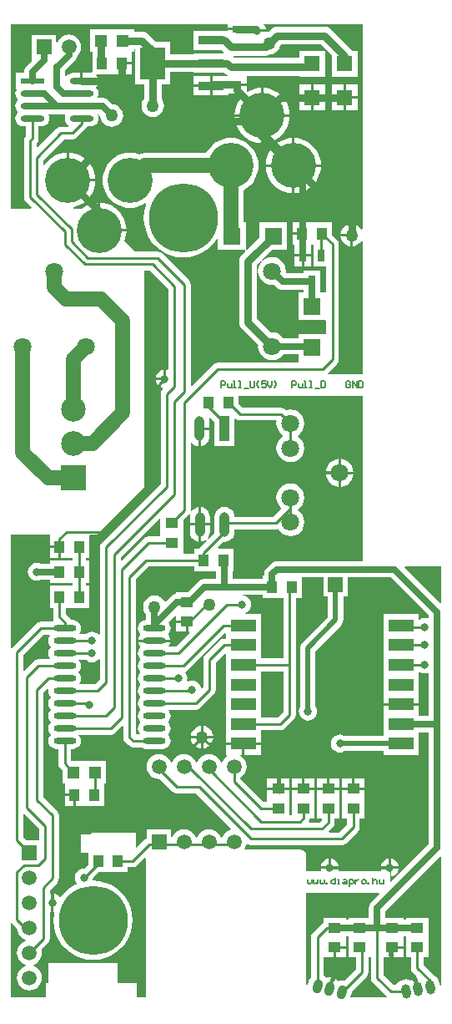
<source format=gtl>
%FSTAX24Y24*%
%MOIN*%
G70*
G01*
G75*
G04 Layer_Physical_Order=1*
G04 Layer_Color=255*
%ADD10O,0.0394X0.0984*%
%ADD11R,0.0394X0.0984*%
%ADD12R,0.0394X0.0512*%
%ADD13R,0.0709X0.0709*%
%ADD14R,0.0472X0.0512*%
%ADD15R,0.1004X0.0374*%
%ADD16R,0.1004X0.1299*%
%ADD17O,0.0945X0.0236*%
%ADD18R,0.0945X0.0236*%
%ADD19R,0.0512X0.0394*%
%ADD20R,0.0630X0.0630*%
%ADD21R,0.0374X0.0315*%
%ADD22R,0.0984X0.0512*%
%ADD23O,0.0906X0.0236*%
%ADD24R,0.0709X0.0709*%
%ADD25R,0.0256X0.0472*%
%ADD26C,0.0100*%
%ADD27C,0.0300*%
%ADD28C,0.0250*%
%ADD29C,0.0400*%
%ADD30C,0.0600*%
%ADD31C,0.0200*%
%ADD32C,0.0080*%
%ADD33C,0.0060*%
%ADD34C,0.2756*%
%ADD35C,0.0709*%
%ADD36C,0.0984*%
%ADD37R,0.0984X0.0984*%
G04:AMPARAMS|DCode=38|XSize=37.4mil|YSize=57.1mil|CornerRadius=0mil|HoleSize=0mil|Usage=FLASHONLY|Rotation=345.000|XOffset=0mil|YOffset=0mil|HoleType=Round|Shape=Round|*
%AMOVALD38*
21,1,0.0197,0.0374,0.0000,0.0000,75.0*
1,1,0.0374,-0.0025,-0.0095*
1,1,0.0374,0.0025,0.0095*
%
%ADD38OVALD38*%

G04:AMPARAMS|DCode=39|XSize=37.4mil|YSize=57.1mil|CornerRadius=0mil|HoleSize=0mil|Usage=FLASHONLY|Rotation=10.000|XOffset=0mil|YOffset=0mil|HoleType=Round|Shape=Round|*
%AMOVALD39*
21,1,0.0197,0.0374,0.0000,0.0000,100.0*
1,1,0.0374,0.0017,-0.0097*
1,1,0.0374,-0.0017,0.0097*
%
%ADD39OVALD39*%

%ADD40R,0.0591X0.0591*%
%ADD41C,0.0591*%
%ADD42R,0.0591X0.0591*%
%ADD43C,0.1800*%
%ADD44C,0.0320*%
%ADD45C,0.0500*%
G36*
X186727Y14905D02*
X186696Y14901D01*
X186664Y148933D01*
X186653Y14885D01*
X186664Y148767D01*
X186696Y14869D01*
X186747Y148623D01*
Y148577D01*
X186696Y14851D01*
X186664Y148433D01*
X186653Y14835D01*
X186664Y148267D01*
X186696Y14819D01*
X186727Y14815D01*
X186705Y148105D01*
X18625D01*
X186152Y148085D01*
X18607Y14803D01*
X185701Y147662D01*
X185655Y147681D01*
Y148294D01*
X186456Y149095D01*
X186705D01*
X186727Y14905D01*
D02*
G37*
G36*
X193758Y149132D02*
Y149006D01*
Y14893D01*
X193675D01*
X193577Y14891D01*
X193495Y148855D01*
X19292Y14828D01*
X192864Y148198D01*
X192845Y1481D01*
Y147006D01*
X1928Y146961D01*
X192753Y146977D01*
X192751Y146994D01*
X192714Y147082D01*
X192657Y147157D01*
X192582Y147214D01*
X192494Y147251D01*
X1924Y147263D01*
X192306Y147251D01*
X19226Y147232D01*
X192201Y147256D01*
X192213Y14735D01*
X192201Y147444D01*
X192164Y147532D01*
X192132Y147574D01*
X192148Y147615D01*
X19223Y14767D01*
X193712Y149152D01*
X193758Y149132D01*
D02*
G37*
G36*
X186285Y141354D02*
Y140895D01*
X185765D01*
X185655Y141006D01*
Y141919D01*
X185701Y141938D01*
X186285Y141354D01*
D02*
G37*
G36*
X195209Y150544D02*
X196045D01*
Y148142D01*
X195143D01*
Y148219D01*
Y149006D01*
Y149918D01*
X194547D01*
X194537Y149967D01*
X194582Y149986D01*
X194657Y150043D01*
X194714Y150118D01*
X194751Y150206D01*
X194763Y1503D01*
X194751Y150394D01*
X194714Y150482D01*
X194657Y150557D01*
X194582Y150614D01*
X194494Y150651D01*
X1944Y150663D01*
X194409Y150672D01*
X195209D01*
Y150544D01*
D02*
G37*
G36*
X188714Y14809D02*
Y147306D01*
X188513Y147105D01*
X187913D01*
X187891Y14715D01*
X187921Y14719D01*
X187953Y147267D01*
X187964Y14735D01*
X187953Y147433D01*
X187921Y14751D01*
X18787Y147577D01*
Y147623D01*
X187921Y14769D01*
X187953Y147767D01*
X187964Y14785D01*
X187953Y147933D01*
X187921Y14801D01*
X18787Y148077D01*
X187876Y148095D01*
X188142D01*
X188143Y148093D01*
X188218Y148036D01*
X188306Y147999D01*
X1884Y147987D01*
X188494Y147999D01*
X188582Y148036D01*
X188657Y148093D01*
X188666Y148106D01*
X188714Y14809D01*
D02*
G37*
G36*
X18734Y169821D02*
X18732Y169773D01*
X187309Y16969D01*
X18732Y169607D01*
X187352Y16953D01*
X187403Y169463D01*
X187469Y169412D01*
X187468Y16941D01*
X18745Y169365D01*
X18717D01*
X187072Y169345D01*
X18699Y16929D01*
X186241Y168542D01*
X186195Y168561D01*
Y168714D01*
X186196Y168716D01*
X186251Y168798D01*
X186271Y168896D01*
X186271Y168896D01*
X186271Y168896D01*
Y168896D01*
Y169369D01*
X18637D01*
X186453Y16938D01*
X186531Y169412D01*
X186597Y169463D01*
X186648Y16953D01*
X18668Y169607D01*
X186691Y16969D01*
X18668Y169773D01*
X186648Y16985D01*
X186654Y169862D01*
X187312D01*
X18734Y169821D01*
D02*
G37*
G36*
X191445Y162884D02*
Y159675D01*
X191404Y159647D01*
X191394Y159651D01*
X19135Y159657D01*
Y1593D01*
X1913D01*
Y15925D01*
X190943D01*
X190949Y159206D01*
X190986Y159118D01*
X191043Y159043D01*
X191118Y158986D01*
X191206Y158949D01*
X191223Y158947D01*
X191239Y1589D01*
X19122Y15888D01*
X191164Y158798D01*
X191145Y1587D01*
Y155106D01*
X188788Y152749D01*
X188733Y152666D01*
X188714Y152569D01*
Y14911D01*
X188666Y149094D01*
X188657Y149107D01*
X188582Y149164D01*
X188494Y149201D01*
X1884Y149213D01*
X188306Y149201D01*
X188218Y149164D01*
X188143Y149107D01*
X188142Y149105D01*
X187913D01*
X187891Y14915D01*
X187921Y14919D01*
X187953Y149267D01*
X187964Y14935D01*
X187953Y149433D01*
X187921Y14951D01*
X18787Y149577D01*
X187804Y149628D01*
X187726Y14966D01*
X187643Y149671D01*
X187548D01*
X187544Y149689D01*
X187489Y149772D01*
X187361Y149899D01*
Y150144D01*
X188291D01*
Y151056D01*
X188149D01*
Y151144D01*
X188291D01*
Y152056D01*
X188149D01*
Y152144D01*
X188291D01*
Y153056D01*
X188291D01*
Y153065D01*
X188326Y1531D01*
X1886D01*
X1905Y155D01*
Y16362D01*
X19071D01*
X191445Y162884D01*
D02*
G37*
G36*
X195191Y163978D02*
X195116Y16388D01*
X19506Y163745D01*
X195041Y1636D01*
X19506Y163455D01*
X195116Y16332D01*
X195205Y163205D01*
X19532Y163116D01*
X195455Y16306D01*
X1956Y163041D01*
X195684Y163052D01*
X195791Y162946D01*
X195859Y162894D01*
X195938Y162861D01*
X196022Y16285D01*
X196872D01*
Y162754D01*
X196646D01*
Y161646D01*
X19772D01*
X197755Y16161D01*
Y161101D01*
X197754D01*
Y161101D01*
X196646D01*
Y160928D01*
X196047D01*
X195995Y160995D01*
X19588Y161084D01*
X195745Y16114D01*
X1956Y161159D01*
X195547Y161152D01*
X194988Y161711D01*
Y163845D01*
X195154Y164011D01*
X195191Y163978D01*
D02*
G37*
G36*
X199212Y153248D02*
Y152067D01*
X199212Y152066D01*
X19918Y152028D01*
X1958D01*
X195715Y152017D01*
X195659Y151993D01*
X195636Y151984D01*
X195607Y151961D01*
X195568Y151932D01*
X195375Y151738D01*
X195322Y15167D01*
X195306Y151631D01*
X19529Y151591D01*
X195284Y151549D01*
X195278Y151506D01*
Y151456D01*
X195209D01*
Y151328D01*
X194028D01*
Y151611D01*
X194057D01*
Y152522D01*
X193459D01*
X19344Y152569D01*
X19367Y152799D01*
X193702Y152795D01*
X193806Y152809D01*
X193902Y152849D01*
X193985Y152912D01*
X194049Y152995D01*
X194089Y153092D01*
X194102Y153195D01*
Y153288D01*
X195763D01*
X195846Y153305D01*
X195847Y153302D01*
X195936Y153186D01*
X196052Y153097D01*
X196187Y153041D01*
X196332Y153022D01*
X196476Y153041D01*
X196611Y153097D01*
X196727Y153186D01*
X196816Y153302D01*
X196872Y153437D01*
X196891Y153581D01*
X196872Y153726D01*
X196816Y153861D01*
X196727Y153977D01*
X196611Y154066D01*
Y154082D01*
X196727Y15417D01*
X196816Y154286D01*
X196872Y154421D01*
X196891Y154566D01*
X196872Y15471D01*
X196816Y154845D01*
X196727Y154961D01*
X196611Y15505D01*
X196476Y155106D01*
X196332Y155125D01*
X196187Y155106D01*
X196052Y15505D01*
X195936Y154961D01*
X195847Y154845D01*
X195791Y15471D01*
X195772Y154566D01*
X195791Y154421D01*
X195847Y154286D01*
X195936Y15417D01*
X195959Y154153D01*
X195962Y154103D01*
X195657Y153798D01*
X194101D01*
X194089Y153889D01*
X194049Y153986D01*
X193985Y154069D01*
X193902Y154132D01*
X193806Y154172D01*
X193702Y154186D01*
X193598Y154172D01*
X193502Y154132D01*
X193419Y154069D01*
X193355Y153986D01*
X193315Y153889D01*
X193302Y153786D01*
Y153195D01*
X193307Y153157D01*
X193068Y152918D01*
X19303Y152951D01*
X193064Y152995D01*
X193104Y153092D01*
X193118Y153195D01*
Y153441D01*
X192768D01*
Y152802D01*
X192821Y152809D01*
X192918Y152849D01*
X192962Y152883D01*
X192995Y152845D01*
X192692Y152542D01*
X192679Y152522D01*
X192476D01*
Y152321D01*
X192046D01*
Y152369D01*
X192046D01*
Y153157D01*
Y153649D01*
X19227Y153873D01*
X192282Y153891D01*
X192329Y153874D01*
X192317Y153786D01*
Y153541D01*
X192668D01*
Y15418D01*
X192614Y154172D01*
X192518Y154132D01*
X192435Y154069D01*
X192385Y154004D01*
X192339Y154024D01*
X192345Y154054D01*
Y156745D01*
X192392Y156761D01*
X192415Y156731D01*
X192498Y156668D01*
X192594Y156628D01*
X192648Y15662D01*
Y15731D01*
X192698D01*
Y157359D01*
X193098D01*
Y157605D01*
X193085Y157708D01*
X193074Y157735D01*
X193115Y157762D01*
X193305Y157573D01*
Y156617D01*
X194099D01*
Y157696D01*
X194143Y157719D01*
X194225Y157665D01*
X194322Y157645D01*
X195751D01*
X195784Y157608D01*
X195772Y157519D01*
X195791Y157374D01*
X195847Y157239D01*
X195936Y157123D01*
X19603Y157051D01*
Y157001D01*
X195936Y15693D01*
X195847Y156814D01*
X195791Y156679D01*
X195772Y156534D01*
X195791Y15639D01*
X195847Y156255D01*
X195936Y156139D01*
X196052Y15605D01*
X196187Y155994D01*
X196332Y155975D01*
X196476Y155994D01*
X196611Y15605D01*
X196727Y156139D01*
X196816Y156255D01*
X196872Y15639D01*
X196891Y156534D01*
X196872Y156679D01*
X196816Y156814D01*
X196727Y15693D01*
X196611Y157018D01*
Y157034D01*
X196727Y157123D01*
X196816Y157239D01*
X196872Y157374D01*
X196891Y157519D01*
X196872Y157663D01*
X196816Y157798D01*
X196727Y157914D01*
X196611Y158003D01*
X196476Y158059D01*
X196332Y158078D01*
X196187Y158059D01*
X196162Y158048D01*
X19613Y15808D01*
X196048Y158135D01*
X19595Y158155D01*
X194428D01*
X194254Y158329D01*
Y158635D01*
X199212D01*
Y153248D01*
D02*
G37*
G36*
X196045Y146006D02*
X19582Y14578D01*
X195143D01*
Y145857D01*
Y146644D01*
Y147431D01*
Y147633D01*
X196045D01*
Y146006D01*
D02*
G37*
G36*
X201872Y149864D02*
Y149763D01*
X201831Y149736D01*
X201794Y149751D01*
X2017Y149763D01*
X201606Y149751D01*
X201518Y149714D01*
X201487Y14969D01*
X201442Y149712D01*
Y149918D01*
X200057D01*
Y149006D01*
Y148219D01*
Y147431D01*
Y146644D01*
Y146363D01*
X201442D01*
Y146644D01*
Y147431D01*
Y147588D01*
X201487Y14761D01*
X201518Y147586D01*
X201606Y147549D01*
X2017Y147537D01*
X201794Y147549D01*
X201831Y147564D01*
X201872Y147537D01*
Y145853D01*
X201442D01*
Y145857D01*
Y146263D01*
X200057D01*
Y145857D01*
Y145069D01*
Y145053D01*
X198507D01*
X198492Y145064D01*
X198404Y145101D01*
X19831Y145113D01*
X198216Y145101D01*
X198128Y145064D01*
X198053Y145007D01*
X197996Y144932D01*
X197959Y144844D01*
X197947Y14475D01*
X197959Y144656D01*
X197996Y144568D01*
X198053Y144493D01*
X198128Y144436D01*
X198216Y144399D01*
X19831Y144387D01*
X198404Y144399D01*
X198492Y144436D01*
X198507Y144447D01*
X200057D01*
Y144282D01*
X201442D01*
Y145069D01*
Y145197D01*
X201872D01*
Y140736D01*
X200361Y139225D01*
X200315Y139244D01*
Y139439D01*
X200315Y139439D01*
Y139646D01*
X20025D01*
Y13975D01*
X199943D01*
X199949Y139706D01*
X199957Y139688D01*
X199929Y139646D01*
X198271D01*
X198243Y139688D01*
X198251Y139706D01*
X198257Y13975D01*
X197543D01*
X197549Y139706D01*
X197557Y139688D01*
X197529Y139646D01*
X196966D01*
Y140256D01*
X196947Y140353D01*
X196891Y140436D01*
X196809Y140491D01*
X196711Y14051D01*
X194519D01*
X194496Y140555D01*
X19451Y140573D01*
X19456Y140693D01*
X194562Y140713D01*
X194608Y140734D01*
X194645Y140709D01*
X194743Y14069D01*
X198384D01*
X198482Y140709D01*
X198564Y140764D01*
X198564Y140764D01*
X198564Y140764D01*
X19903Y14123D01*
X199086Y141313D01*
X199105Y14141D01*
X199105Y14141D01*
X199105Y14141D01*
Y14141D01*
Y141759D01*
X199306D01*
Y142547D01*
Y142894D01*
X198394D01*
Y142547D01*
Y141759D01*
X198595D01*
Y141516D01*
X198279Y141199D01*
X197884D01*
X197865Y141246D01*
X19803Y141411D01*
X198085Y141494D01*
X198105Y141591D01*
X198105Y141591D01*
X198105Y141591D01*
Y141591D01*
Y141759D01*
X198306D01*
Y142547D01*
Y142894D01*
X197394D01*
Y142547D01*
Y141759D01*
X197595D01*
Y141697D01*
X197491Y141593D01*
X197084D01*
X19706Y141637D01*
X197085Y141675D01*
X197088Y141689D01*
X197102Y141759D01*
X197306D01*
Y142547D01*
Y142894D01*
X196394D01*
Y142547D01*
Y141888D01*
X196306D01*
Y142547D01*
Y142894D01*
X195394D01*
Y142547D01*
Y142411D01*
X195258D01*
X194332Y143337D01*
Y143394D01*
X19443Y143469D01*
X19451Y143573D01*
X19456Y143693D01*
X194577Y143822D01*
X19456Y143952D01*
X19451Y144072D01*
X19443Y144176D01*
X194327Y144255D01*
X194332Y144282D01*
X1944D01*
Y144688D01*
X193758D01*
Y144282D01*
X193785D01*
X193801Y144235D01*
X193724Y144176D01*
X193645Y144072D01*
X193602Y14397D01*
X193552D01*
X19351Y144072D01*
X19343Y144176D01*
X193327Y144255D01*
X193206Y144305D01*
X193077Y144322D01*
X192948Y144305D01*
X192827Y144255D01*
X192724Y144176D01*
X192645Y144072D01*
X192602Y14397D01*
X192552D01*
X19251Y144072D01*
X19243Y144176D01*
X192327Y144255D01*
X192206Y144305D01*
X192077Y144322D01*
X191948Y144305D01*
X191827Y144255D01*
X191724Y144176D01*
X191645Y144072D01*
X191602Y14397D01*
X191552D01*
X19151Y144072D01*
X19143Y144176D01*
X191327Y144255D01*
X191206Y144305D01*
X191077Y144322D01*
X190948Y144305D01*
X190827Y144255D01*
X190724Y144176D01*
X190645Y144072D01*
X190595Y143952D01*
X190578Y143822D01*
X190595Y143693D01*
X190645Y143573D01*
X190724Y143469D01*
X190827Y14339D01*
X190948Y14334D01*
X191077Y143323D01*
X191113Y143328D01*
X19161Y142831D01*
X191692Y142776D01*
X19179Y142757D01*
X19257D01*
X193973Y141354D01*
X193957Y141306D01*
X193948Y141305D01*
X193827Y141255D01*
X193724Y141176D01*
X193645Y141072D01*
X193606Y140979D01*
X193548D01*
X19351Y141072D01*
X19343Y141176D01*
X193327Y141255D01*
X193206Y141305D01*
X193077Y141322D01*
X192948Y141305D01*
X192827Y141255D01*
X192724Y141176D01*
X192645Y141072D01*
X192606Y140979D01*
X192548D01*
X19251Y141072D01*
X19243Y141176D01*
X192327Y141255D01*
X192206Y141305D01*
X192077Y141322D01*
X191948Y141305D01*
X191827Y141255D01*
X191724Y141176D01*
X191645Y141072D01*
X191621Y141017D01*
X191572Y141026D01*
Y141318D01*
X190582D01*
Y140957D01*
X190503Y140904D01*
X190197Y140598D01*
X190151Y140617D01*
Y141179D01*
X187966D01*
Y140369D01*
X188249D01*
Y13993D01*
X188082Y139763D01*
X18808Y139763D01*
X187986Y139751D01*
X187898Y139714D01*
X187823Y139657D01*
X187766Y139582D01*
X187729Y139494D01*
X187717Y1394D01*
X187729Y139306D01*
X187766Y139218D01*
X187796Y139179D01*
X187783Y139131D01*
X187725Y139107D01*
X187513Y138977D01*
X187324Y138816D01*
X187163Y138627D01*
X187158Y138619D01*
X187108Y138616D01*
X187077Y138657D01*
X187002Y138714D01*
X186914Y138751D01*
X18687Y138757D01*
Y1384D01*
Y138043D01*
X186861Y138042D01*
X186895Y138005D01*
X18688Y137944D01*
X18686Y137696D01*
X18688Y137449D01*
X186938Y137207D01*
X187033Y136978D01*
X187163Y136766D01*
X187324Y136577D01*
X187513Y136416D01*
X187725Y136286D01*
X187954Y136191D01*
X188196Y136133D01*
X188443Y136114D01*
X188691Y136133D01*
X188932Y136191D01*
X189162Y136286D01*
X189374Y136416D01*
X189563Y136577D01*
X189724Y136766D01*
X189854Y136978D01*
X189949Y137207D01*
X190007Y137449D01*
X190026Y137696D01*
X190007Y137944D01*
X189949Y138186D01*
X189854Y138415D01*
X189724Y138627D01*
X189563Y138816D01*
X189374Y138977D01*
X189162Y139107D01*
X188932Y139202D01*
X188691Y13926D01*
X188443Y139279D01*
X188428Y1393D01*
X188431Y139306D01*
X188443Y1394D01*
X188443Y139402D01*
X188645Y139604D01*
X189831D01*
Y139805D01*
X190019D01*
X190117Y139825D01*
X1902Y13988D01*
X190504Y140184D01*
X190551Y140165D01*
Y134605D01*
X190194D01*
Y13519D01*
X189419D01*
Y13599D01*
X18665D01*
Y13519D01*
X18655D01*
Y134605D01*
X185155D01*
Y137573D01*
X185203Y137588D01*
X185224Y137555D01*
X185404Y137376D01*
X185417Y137271D01*
X185467Y13715D01*
X185547Y137047D01*
X18565Y136967D01*
X185753Y136925D01*
Y136875D01*
X18565Y136833D01*
X185547Y136753D01*
X185467Y13665D01*
X185417Y136529D01*
X1854Y1364D01*
X185417Y136271D01*
X185467Y13615D01*
X185547Y136047D01*
X18565Y135967D01*
X185753Y135925D01*
Y135875D01*
X18565Y135833D01*
X185547Y135753D01*
X185467Y13565D01*
X185417Y135529D01*
X1854Y1354D01*
X185417Y135271D01*
X185467Y13515D01*
X185547Y135047D01*
X18565Y134967D01*
X185771Y134917D01*
X1859Y1349D01*
X186029Y134917D01*
X18615Y134967D01*
X186253Y135047D01*
X186333Y13515D01*
X186383Y135271D01*
X1864Y1354D01*
X186383Y135529D01*
X186333Y13565D01*
X186253Y135753D01*
X18615Y135833D01*
X186047Y135875D01*
Y135925D01*
X18615Y135967D01*
X186253Y136047D01*
X186333Y13615D01*
X186383Y136271D01*
X1864Y1364D01*
X186383Y136523D01*
X18664Y13678D01*
X186695Y136862D01*
X186715Y13696D01*
Y138013D01*
X186752Y138046D01*
X18677Y138043D01*
Y1384D01*
Y138757D01*
X186752Y138754D01*
X186715Y138787D01*
Y138894D01*
X18701Y13919D01*
X187066Y139272D01*
X187085Y13937D01*
Y14187D01*
X187066Y141968D01*
X18701Y14205D01*
X186455Y142606D01*
Y146794D01*
X186623Y146963D01*
X186665Y146935D01*
X186664Y146933D01*
X186653Y14685D01*
X186664Y146767D01*
X186696Y14669D01*
X186747Y146623D01*
Y146577D01*
X186696Y14651D01*
X186664Y146433D01*
X186653Y14635D01*
X186664Y146267D01*
X186696Y14619D01*
X186747Y146123D01*
Y146077D01*
X186696Y14601D01*
X186664Y145933D01*
X186653Y14585D01*
X186664Y145767D01*
X186696Y14569D01*
X186747Y145623D01*
Y145577D01*
X186696Y14551D01*
X186664Y145433D01*
X186653Y14535D01*
X186664Y145267D01*
X186696Y14519D01*
X186747Y145123D01*
Y145077D01*
X186696Y14501D01*
X186664Y144933D01*
X186653Y14485D01*
X186664Y144767D01*
X186696Y14469D01*
X186747Y144623D01*
X186814Y144572D01*
X186891Y14454D01*
X186974Y144529D01*
X187054D01*
Y143952D01*
X187054Y143952D01*
X187054D01*
X187073Y143854D01*
X187128Y143772D01*
X187224Y143676D01*
Y143144D01*
X187309D01*
Y14275D01*
X187706D01*
Y1427D01*
X187756D01*
Y142244D01*
X188891D01*
Y143144D01*
X188963D01*
Y144056D01*
X187565D01*
X187564Y144058D01*
Y144529D01*
X187643D01*
X187726Y14454D01*
X187804Y144572D01*
X18787Y144623D01*
X187921Y14469D01*
X187953Y144767D01*
X187964Y14485D01*
X187953Y144933D01*
X187921Y14501D01*
X18787Y145077D01*
X187876Y145095D01*
X18915D01*
X189248Y145115D01*
X18933Y14517D01*
X18933Y14517D01*
X18933Y14517D01*
X189599Y145438D01*
X189645Y145419D01*
Y145D01*
X189664Y144902D01*
X18972Y14482D01*
X18987Y14467D01*
X18987D01*
X18987Y14467D01*
X18987Y14467D01*
Y14467D01*
X189952Y144615D01*
X19005Y144595D01*
X190366D01*
X190396Y144572D01*
X190474Y14454D01*
X190557Y144529D01*
X191226D01*
X191309Y14454D01*
X191386Y144572D01*
X191453Y144623D01*
X191504Y14469D01*
X191536Y144767D01*
X191547Y14485D01*
X191536Y144933D01*
X191504Y14501D01*
X191453Y145077D01*
Y145123D01*
X191504Y14519D01*
X191536Y145267D01*
X191547Y14535D01*
X191536Y145433D01*
X191504Y14551D01*
X191453Y145577D01*
Y145623D01*
X191504Y14569D01*
X191536Y145767D01*
X191547Y14585D01*
X191536Y145933D01*
X191504Y14601D01*
X191453Y146077D01*
X191459Y146095D01*
X19255D01*
X192648Y146115D01*
X19273Y14617D01*
X19273Y14617D01*
X19273Y14617D01*
X19328Y14672D01*
X193335Y146802D01*
X193355Y1469D01*
X193355Y1469D01*
X193355Y1469D01*
Y1469D01*
Y147994D01*
X193712Y148352D01*
X193758Y148332D01*
Y148219D01*
Y147431D01*
Y146644D01*
Y145857D01*
Y145069D01*
Y144788D01*
X195143D01*
Y145069D01*
Y14527D01*
X195925D01*
X196023Y14529D01*
X196105Y145345D01*
X196105Y145345D01*
X196105Y145345D01*
X19648Y14572D01*
X196535Y145802D01*
X196555Y1459D01*
X196555Y1459D01*
X196555Y1459D01*
Y1459D01*
Y150544D01*
X196791D01*
Y151372D01*
X197645D01*
Y150605D01*
X197837D01*
Y149795D01*
X196816Y148774D01*
X196768Y148711D01*
X196759Y14869D01*
X196738Y148638D01*
X196727Y14856D01*
Y146227D01*
X196716Y146212D01*
X196679Y146124D01*
X196667Y14603D01*
X196679Y145936D01*
X196716Y145848D01*
X196773Y145773D01*
X196848Y145716D01*
X196936Y145679D01*
X19703Y145667D01*
X197124Y145679D01*
X197212Y145716D01*
X197287Y145773D01*
X197344Y145848D01*
X197381Y145936D01*
X197393Y14603D01*
X197381Y146124D01*
X197344Y146212D01*
X197333Y146227D01*
Y148435D01*
X198354Y149456D01*
X198402Y149519D01*
X198432Y149592D01*
X198443Y14967D01*
X198443Y14967D01*
X198443Y14967D01*
Y14967D01*
Y150605D01*
X198635D01*
Y151372D01*
X200364D01*
X201872Y149864D01*
D02*
G37*
G36*
X202362Y140233D02*
Y135099D01*
X202312Y135094D01*
X202295Y135189D01*
X202265Y135286D01*
X20221Y135372D01*
X202135Y135441D01*
X202103Y135457D01*
X201655Y135906D01*
Y136209D01*
X201856D01*
Y136997D01*
Y137791D01*
X200944D01*
Y137722D01*
X200856D01*
Y137791D01*
X200128D01*
Y138064D01*
X202315Y140252D01*
X202362Y140233D01*
D02*
G37*
G36*
X198644Y136997D02*
Y136209D01*
X198945D01*
Y135738D01*
X198488Y135282D01*
X198401Y135293D01*
X1983Y13528D01*
X198236Y135254D01*
X198194Y135308D01*
X198113Y135371D01*
X198065Y13539D01*
X19794Y134924D01*
X197844Y13495D01*
X197969Y135416D01*
X197918Y135423D01*
X197817Y13541D01*
X197753Y135383D01*
X197711Y135438D01*
X197664Y135474D01*
Y136209D01*
X19805D01*
Y136606D01*
X1981D01*
Y136656D01*
X198556D01*
Y136997D01*
Y137066D01*
X198644D01*
Y136997D01*
D02*
G37*
G36*
X200944D02*
Y136209D01*
X201145D01*
Y1358D01*
X201145Y1358D01*
X201145D01*
X201164Y135702D01*
X20122Y13562D01*
X201374Y135466D01*
X201356Y135419D01*
X201401Y135421D01*
X201485Y134946D01*
X201386Y134929D01*
X201302Y135404D01*
X201253Y135388D01*
X201167Y135333D01*
X201121Y135282D01*
X201059Y135314D01*
X20096Y135336D01*
X200858Y135332D01*
X200761Y135301D01*
X200675Y135247D01*
X200606Y135171D01*
X200572Y135105D01*
X200455D01*
X200055Y135506D01*
Y136209D01*
X20035D01*
Y136606D01*
X2004D01*
Y136656D01*
X200856D01*
Y136997D01*
Y137066D01*
X200944D01*
Y136997D01*
D02*
G37*
G36*
X199212Y165284D02*
X199165Y165268D01*
X199101Y165351D01*
X199007Y165423D01*
X198897Y165468D01*
X19883Y165477D01*
Y16503D01*
Y164583D01*
X198897Y164592D01*
X199007Y164637D01*
X199101Y164709D01*
X199165Y164792D01*
X199212Y164776D01*
Y159486D01*
X197842D01*
X197823Y159532D01*
X19819Y1599D01*
X198246Y159982D01*
X198265Y16008D01*
Y164677D01*
X198246Y164775D01*
X19819Y164858D01*
X197991Y165057D01*
Y165556D01*
X196856D01*
Y1651D01*
X196806D01*
Y16505D01*
X196409D01*
Y164644D01*
X196498D01*
Y164272D01*
X197154D01*
Y164644D01*
X197246D01*
Y163786D01*
X197755D01*
Y162754D01*
D01*
X197754D01*
X19772Y162754D01*
X19772Y162754D01*
Y162754D01*
X197528D01*
Y163614D01*
X196872D01*
Y163505D01*
X196185D01*
X196152Y163543D01*
X196159Y1636D01*
X19614Y163745D01*
X196084Y16388D01*
X195995Y163995D01*
X19588Y164084D01*
X195745Y16414D01*
X1956Y164159D01*
X195455Y16414D01*
X19532Y164084D01*
X195222Y164009D01*
X195189Y164046D01*
X195588Y164446D01*
X196198D01*
Y165554D01*
X195089D01*
Y164945D01*
X194591Y164446D01*
X194571Y164454D01*
Y164454D01*
X194544Y164465D01*
Y165554D01*
X194459D01*
Y166833D01*
X194604Y166922D01*
X194735Y167034D01*
X194848Y167166D01*
X194938Y167314D01*
X195005Y167474D01*
X195045Y167642D01*
X195059Y167815D01*
X195045Y167987D01*
X195005Y168156D01*
X194938Y168316D01*
X194848Y168463D01*
X194735Y168595D01*
X194604Y168707D01*
X194456Y168798D01*
X194296Y168864D01*
X194128Y168904D01*
X193955Y168918D01*
X193783Y168904D01*
X193614Y168864D01*
X193454Y168798D01*
X193307Y168707D01*
X193175Y168595D01*
X193062Y168463D01*
X192974Y168319D01*
X190517D01*
X190386Y168302D01*
X190351Y168287D01*
X190293Y168263D01*
X190268Y168274D01*
X190099Y168314D01*
X189927Y168328D01*
X189754Y168314D01*
X189586Y168274D01*
X189426Y168208D01*
X189278Y168117D01*
X189146Y168005D01*
X189034Y167873D01*
X188943Y167725D01*
X188877Y167565D01*
X188837Y167397D01*
X188823Y167224D01*
X188837Y167052D01*
X188877Y166883D01*
X188943Y166723D01*
X189034Y166576D01*
X189146Y166444D01*
X189278Y166332D01*
X189426Y166241D01*
X189586Y166175D01*
X189754Y166135D01*
X189927Y166121D01*
X190099Y166135D01*
X190268Y166175D01*
X190427Y166241D01*
X190528Y166303D01*
X190566Y16627D01*
X190545Y166219D01*
X190487Y165978D01*
X190467Y16573D01*
X190487Y165482D01*
X190545Y165241D01*
X19064Y165011D01*
X190769Y1648D01*
X190931Y164611D01*
X19112Y164449D01*
X191331Y16432D01*
X191561Y164225D01*
X191802Y164167D01*
X19205Y164147D01*
X192298Y164167D01*
X192539Y164225D01*
X192769Y16432D01*
X19298Y164449D01*
X193169Y164611D01*
X193331Y1648D01*
X193388Y164893D01*
X193436Y164879D01*
Y164446D01*
X194525D01*
X194536Y164419D01*
X194536D01*
X194544Y164399D01*
X194385Y164241D01*
X194329Y164168D01*
X194294Y164083D01*
X194282Y163991D01*
Y161565D01*
X194282Y161565D01*
X194282D01*
X194294Y161474D01*
X194329Y161388D01*
X194385Y161315D01*
X195048Y160653D01*
X195041Y1606D01*
X19506Y160455D01*
X195116Y16032D01*
X195205Y160205D01*
X19532Y160116D01*
X195455Y16006D01*
X1956Y160041D01*
X195745Y16006D01*
X19588Y160116D01*
X195995Y160205D01*
X196047Y160272D01*
X196646D01*
Y159992D01*
X196646D01*
Y15999D01*
X19661Y159955D01*
X19343D01*
X193332Y159935D01*
X19325Y15988D01*
X192401Y159032D01*
X192355Y159051D01*
Y16306D01*
X192335Y163158D01*
X19228Y16324D01*
X191216Y164305D01*
X191133Y16436D01*
X191036Y164379D01*
X190121D01*
X189694Y164806D01*
X189726Y164883D01*
X189766Y165052D01*
X189776Y165174D01*
X189326D01*
X189226Y165274D01*
X189776D01*
X189766Y165397D01*
X189726Y165565D01*
X18966Y165725D01*
X189569Y165873D01*
X189457Y166005D01*
X189325Y166117D01*
X189177Y166208D01*
X189018Y166274D01*
X188849Y166314D01*
X188727Y166324D01*
Y165773D01*
X188627Y165873D01*
Y166324D01*
X188504Y166314D01*
X188336Y166274D01*
X188176Y166208D01*
X188028Y166117D01*
X188008Y1661D01*
X187668D01*
X187662Y16615D01*
X187768Y166175D01*
X187927Y166241D01*
X188075Y166332D01*
X188207Y166444D01*
X188319Y166576D01*
X18841Y166723D01*
X188476Y166883D01*
X188516Y167052D01*
X188526Y167174D01*
X187426D01*
Y167224D01*
X187377D01*
Y168324D01*
X187254Y168314D01*
X187086Y168274D01*
X186926Y168208D01*
X186778Y168117D01*
X186646Y168005D01*
X186534Y167873D01*
X186493Y167806D01*
X186445Y16782D01*
Y168024D01*
X187276Y168855D01*
X18761D01*
X187708Y168874D01*
X18779Y16893D01*
X188164Y169304D01*
X188208Y169369D01*
X188339D01*
X188422Y16938D01*
X188499Y169412D01*
X188565Y169463D01*
X188616Y16953D01*
X188649Y169607D01*
X188659Y16969D01*
X188649Y169773D01*
X188616Y16985D01*
X188622Y169862D01*
X188674D01*
X188738Y169799D01*
X188752Y169693D01*
X188797Y169583D01*
X188869Y169489D01*
X188963Y169417D01*
X189073Y169372D01*
X18919Y169356D01*
X189307Y169372D01*
X189417Y169417D01*
X189511Y169489D01*
X189583Y169583D01*
X189628Y169693D01*
X189644Y16981D01*
X189628Y169927D01*
X189583Y170037D01*
X189511Y170131D01*
X189417Y170203D01*
X189307Y170248D01*
X189201Y170262D01*
X189042Y170422D01*
X188974Y170474D01*
X188934Y17049D01*
X188895Y170507D01*
X188852Y170512D01*
X18881Y170518D01*
X188657D01*
X188629Y170559D01*
X188649Y170607D01*
X188659Y17069D01*
X188649Y170773D01*
X188616Y17085D01*
X188565Y170917D01*
Y170963D01*
X188616Y17103D01*
X188649Y171107D01*
X188653Y17114D01*
X187984D01*
Y17119D01*
X187934D01*
Y171511D01*
X18763D01*
X187547Y1715D01*
X187469Y171468D01*
X187403Y171417D01*
X187375Y171381D01*
X187328Y171397D01*
Y171594D01*
X187707Y171973D01*
X187759Y172041D01*
X187791Y17212D01*
X187797Y172162D01*
X187828Y172186D01*
X187907Y172289D01*
X187957Y17241D01*
X187974Y172539D01*
X187957Y172668D01*
X187907Y172789D01*
X187828Y172892D01*
X187725Y172972D01*
X187604Y173022D01*
X187475Y173039D01*
X187346Y173022D01*
X187225Y172972D01*
X187122Y172892D01*
X187042Y172789D01*
X187019Y172733D01*
X18697Y172743D01*
Y173034D01*
X18598D01*
Y172044D01*
X18598Y172044D01*
X18598D01*
X185997Y172001D01*
X185784Y171788D01*
X185732Y17172D01*
X185715Y17168D01*
X185699Y171641D01*
X185694Y171598D01*
X185688Y171556D01*
Y171508D01*
X185343D01*
Y170872D01*
X185347D01*
X185375Y17083D01*
X185351Y170773D01*
X185341Y17069D01*
X185351Y170607D01*
X185384Y17053D01*
X185435Y170463D01*
Y170417D01*
X185384Y17035D01*
X185351Y170273D01*
X185341Y17019D01*
X185351Y170107D01*
X185384Y17003D01*
X185435Y169963D01*
Y169917D01*
X185384Y16985D01*
X185351Y169773D01*
X185341Y16969D01*
X185351Y169607D01*
X185384Y16953D01*
X185435Y169463D01*
X185501Y169412D01*
X185578Y16938D01*
X185661Y169369D01*
X185761D01*
Y169001D01*
X18576Y169D01*
X185704Y168918D01*
X185685Y16882D01*
Y16656D01*
X185685Y16656D01*
X185685D01*
X185704Y166462D01*
X18576Y16638D01*
X185993Y166146D01*
X185974Y1661D01*
X185155D01*
Y173465D01*
X193813D01*
Y173304D01*
X1942D01*
Y173204D01*
X193813D01*
Y173193D01*
X192469D01*
Y172418D01*
X193582D01*
X193668Y172333D01*
X193648Y172287D01*
X192469D01*
Y172253D01*
X191531D01*
Y17275D01*
X19095D01*
X19065Y17305D01*
X190577Y173106D01*
X190491Y173141D01*
X1904Y173153D01*
X190076D01*
Y173256D01*
X188337D01*
Y172344D01*
X188409D01*
Y171539D01*
X188372Y171506D01*
X188339Y171511D01*
X188034D01*
Y17124D01*
X188653D01*
X188649Y171273D01*
X188616Y17135D01*
X188565Y171417D01*
X188575Y171444D01*
X189544D01*
Y1719D01*
X189594D01*
Y17195D01*
X189991D01*
Y172344D01*
X190076D01*
Y172447D01*
X190127D01*
Y17105D01*
X190476D01*
Y170479D01*
X190436Y170427D01*
X19039Y170317D01*
X190375Y1702D01*
X19039Y170083D01*
X190436Y169973D01*
X190508Y169879D01*
X190602Y169807D01*
X190711Y169762D01*
X190829Y169746D01*
X190946Y169762D01*
X191056Y169807D01*
X19115Y169879D01*
X191222Y169973D01*
X191267Y170083D01*
X191283Y1702D01*
X191267Y170317D01*
X191222Y170427D01*
X191182Y170479D01*
Y17105D01*
X191531D01*
Y171547D01*
X192469D01*
Y171513D01*
X193688D01*
X193696Y171505D01*
X193769Y171449D01*
X193813Y171431D01*
X193803Y171381D01*
X193221D01*
Y170994D01*
Y170607D01*
X193873D01*
Y170688D01*
X19415D01*
Y171046D01*
X1942D01*
Y171096D01*
X194587D01*
Y171397D01*
Y171401D01*
X196685D01*
Y171354D01*
X197715D01*
Y172384D01*
X196685D01*
Y172107D01*
X194587D01*
Y172112D01*
X194087D01*
X19405Y17215D01*
X194063Y172188D01*
X194587D01*
Y172193D01*
X195346D01*
X195437Y172205D01*
X195522Y17224D01*
X195536Y172251D01*
X195617Y172262D01*
X195727Y172307D01*
X195821Y172379D01*
X195893Y172473D01*
X195938Y172583D01*
X195947Y172647D01*
X197554D01*
X197985Y172216D01*
Y171354D01*
X199015D01*
Y172384D01*
X1988D01*
X19875Y17245D01*
X19795Y17325D01*
X197877Y173306D01*
X197791Y173341D01*
X1977Y173353D01*
X1958D01*
X195709Y173341D01*
X195623Y173306D01*
X19555Y17325D01*
X195448Y173147D01*
X195395Y17314D01*
X19536Y173175D01*
X195357Y17315D01*
X195D01*
Y17325D01*
X195357D01*
X195351Y173294D01*
X195314Y173382D01*
X195257Y173457D01*
X19526Y173465D01*
X199212D01*
Y165284D01*
D02*
G37*
G36*
X199545Y1354D02*
X199564Y135302D01*
X19962Y13522D01*
X200169Y13467D01*
X200196Y134653D01*
X200181Y134605D01*
X198766D01*
X198735Y134645D01*
X198778Y134802D01*
X198785Y134857D01*
X19938Y135453D01*
X199436Y135535D01*
X199455Y135633D01*
X199455Y135633D01*
X199455Y135633D01*
Y135633D01*
Y136209D01*
X199545D01*
Y1354D01*
D02*
G37*
G36*
X202362Y150367D02*
X202315Y150348D01*
X200898Y151765D01*
X200917Y151812D01*
X202362D01*
Y150367D01*
D02*
G37*
G36*
X186709Y153056D02*
X186709D01*
Y15265D01*
X187106D01*
Y1526D01*
X187156D01*
Y152144D01*
X187639D01*
Y152056D01*
X186709D01*
Y151928D01*
X186349D01*
X186294Y151951D01*
X1862Y151963D01*
X186106Y151951D01*
X186018Y151914D01*
X185943Y151857D01*
X185886Y151782D01*
X185849Y151694D01*
X185837Y1516D01*
X185849Y151506D01*
X185886Y151418D01*
X185943Y151343D01*
X186018Y151286D01*
X186106Y151249D01*
X1862Y151237D01*
X186294Y151249D01*
X186349Y151272D01*
X186709D01*
Y151144D01*
X187639D01*
Y151056D01*
X186709D01*
Y150144D01*
X186851D01*
Y149794D01*
X186871Y149696D01*
X186872Y149694D01*
X186858Y149646D01*
X186814Y149628D01*
X186784Y149605D01*
X18635D01*
X186252Y149585D01*
X18617Y14953D01*
X18522Y14858D01*
X185203Y148555D01*
X185155Y148569D01*
Y1531D01*
X186709D01*
Y153056D01*
D02*
G37*
G36*
X191134Y153708D02*
Y153157D01*
Y153021D01*
X190666D01*
X190569Y153002D01*
X190486Y152947D01*
X189601Y152062D01*
X189555Y152081D01*
Y152194D01*
X191088Y153727D01*
X191134Y153708D01*
D02*
G37*
G36*
X192476Y151611D02*
X193372D01*
Y151328D01*
X1929D01*
X192858Y151322D01*
X192815Y151317D01*
X192776Y1513D01*
X192736Y151284D01*
X192698Y151254D01*
X192668Y151232D01*
X192227Y150791D01*
X191744D01*
Y15072D01*
X191715Y150717D01*
X191636Y150684D01*
X191598Y150654D01*
X191568Y150632D01*
X191345Y150409D01*
X191296Y150419D01*
X191293Y150427D01*
X191221Y150521D01*
X191127Y150593D01*
X191017Y150638D01*
X1909Y150654D01*
X190783Y150638D01*
X190673Y150593D01*
X190579Y150521D01*
X190507Y150427D01*
X190462Y150317D01*
X190446Y1502D01*
X190462Y150083D01*
X190507Y149973D01*
X190572Y149888D01*
Y149671D01*
X190557D01*
X190474Y14966D01*
X190396Y149628D01*
X19033Y149577D01*
X190279Y14951D01*
X190247Y149433D01*
X190236Y14935D01*
X190247Y149267D01*
X190279Y14919D01*
X19033Y149123D01*
Y149077D01*
X190279Y14901D01*
X190247Y148933D01*
X190242Y1489D01*
X19154D01*
X191536Y148933D01*
X191504Y14901D01*
X191453Y149077D01*
Y149123D01*
X191504Y14919D01*
X191536Y149267D01*
X191547Y14935D01*
X191536Y149433D01*
X191504Y14951D01*
X191453Y149577D01*
X191452Y149589D01*
X191698Y149834D01*
X191744Y149815D01*
Y149656D01*
X1922D01*
Y149606D01*
X19225D01*
Y149209D01*
X192284D01*
X192303Y149163D01*
X191744Y148605D01*
X191495D01*
X191473Y14865D01*
X191504Y14869D01*
X191536Y148767D01*
X19154Y1488D01*
X190242D01*
X190247Y148767D01*
X190279Y14869D01*
X19033Y148623D01*
Y148577D01*
X190279Y14851D01*
X190247Y148433D01*
X190236Y14835D01*
X190247Y148267D01*
X190279Y14819D01*
X19033Y148123D01*
Y148077D01*
X190279Y14801D01*
X190247Y147933D01*
X190236Y14785D01*
X190247Y147767D01*
X190279Y14769D01*
X19033Y147623D01*
Y147577D01*
X190279Y14751D01*
X190247Y147433D01*
X190236Y14735D01*
X190247Y147267D01*
X190279Y14719D01*
X19033Y147123D01*
Y147077D01*
X190279Y14701D01*
X190247Y146933D01*
X190236Y14685D01*
X190247Y146767D01*
X190279Y14669D01*
X19033Y146623D01*
Y146577D01*
X190279Y14651D01*
X190247Y146433D01*
X190236Y14635D01*
X190247Y146267D01*
X190279Y14619D01*
X19033Y146123D01*
Y146077D01*
X190279Y14601D01*
X190247Y145933D01*
X190236Y14585D01*
X190247Y145767D01*
X190279Y14569D01*
X19033Y145623D01*
Y145577D01*
X190279Y14551D01*
X190247Y145433D01*
X190236Y14535D01*
X190247Y145267D01*
X190279Y14519D01*
X190309Y14515D01*
X190287Y145105D01*
X190156D01*
X190155Y145106D01*
Y151294D01*
X190672Y151812D01*
X192476D01*
Y151611D01*
D02*
G37*
G36*
X199883Y138747D02*
X199568Y138432D01*
X199516Y138364D01*
X1995Y138324D01*
X199483Y138285D01*
X199478Y138242D01*
X199472Y1382D01*
Y137791D01*
X198644D01*
Y137722D01*
X198556D01*
Y137791D01*
X197644D01*
Y137594D01*
X197623Y13758D01*
X197613Y137574D01*
X197229Y137189D01*
X197174Y137107D01*
X197154Y137009D01*
Y135432D01*
X197097Y135357D01*
X197058Y135263D01*
X197015Y135106D01*
X196966Y135112D01*
Y138793D01*
X199864D01*
X199883Y138747D01*
D02*
G37*
%LPC*%
G36*
X19215Y149556D02*
X191744D01*
Y149209D01*
X19215D01*
Y149556D01*
D02*
G37*
G36*
X193247Y14495D02*
X19285D01*
Y144553D01*
X192917Y144562D01*
X193027Y144607D01*
X193121Y144679D01*
X193193Y144773D01*
X193238Y144883D01*
X193247Y14495D01*
D02*
G37*
G36*
X19285Y145447D02*
Y14505D01*
X193247D01*
X193238Y145117D01*
X193193Y145227D01*
X193121Y145321D01*
X193027Y145393D01*
X192917Y145438D01*
X19285Y145447D01*
D02*
G37*
G36*
X19275D02*
X192683Y145438D01*
X192573Y145393D01*
X192479Y145321D01*
X192407Y145227D01*
X192362Y145117D01*
X192353Y14505D01*
X19275D01*
Y145447D01*
D02*
G37*
G36*
Y14495D02*
X192353D01*
X192362Y144883D01*
X192407Y144773D01*
X192479Y144679D01*
X192573Y144607D01*
X192683Y144562D01*
X19275Y144553D01*
Y14495D01*
D02*
G37*
G36*
X20025Y140157D02*
X200206Y140151D01*
X200118Y140114D01*
X200043Y140057D01*
X199986Y139982D01*
X199949Y139894D01*
X199943Y13985D01*
X20025D01*
Y140157D01*
D02*
G37*
G36*
X19795D02*
Y13985D01*
X198257D01*
X198251Y139894D01*
X198214Y139982D01*
X198157Y140057D01*
X198082Y140114D01*
X197994Y140151D01*
X19795Y140157D01*
D02*
G37*
G36*
X187656Y14265D02*
X187309D01*
Y142244D01*
X187656D01*
Y14265D01*
D02*
G37*
G36*
X20035Y140157D02*
Y13985D01*
X200657D01*
X200651Y139894D01*
X200614Y139982D01*
X200557Y140057D01*
X200482Y140114D01*
X200394Y140151D01*
X20035Y140157D01*
D02*
G37*
G36*
X200856Y136556D02*
X20045D01*
Y136209D01*
X200856D01*
Y136556D01*
D02*
G37*
G36*
X198556D02*
X19815D01*
Y136209D01*
X198556D01*
Y136556D01*
D02*
G37*
G36*
X19785Y140157D02*
X197806Y140151D01*
X197718Y140114D01*
X197643Y140057D01*
X197586Y139982D01*
X197549Y139894D01*
X197543Y13985D01*
X19785D01*
Y140157D01*
D02*
G37*
G36*
X200657Y13975D02*
X20035D01*
Y139443D01*
X200394Y139449D01*
X200482Y139486D01*
X200557Y139543D01*
X200614Y139618D01*
X200651Y139706D01*
X200657Y13975D01*
D02*
G37*
G36*
X1958Y143341D02*
X195394D01*
Y142994D01*
X1958D01*
Y143341D01*
D02*
G37*
G36*
X1988D02*
X198394D01*
Y142994D01*
X1988D01*
Y143341D01*
D02*
G37*
G36*
X198306D02*
X1979D01*
Y142994D01*
X198306D01*
Y143341D01*
D02*
G37*
G36*
X195143Y144688D02*
X1945D01*
Y144282D01*
X195143D01*
Y144688D01*
D02*
G37*
G36*
X199306Y143341D02*
X1989D01*
Y142994D01*
X199306D01*
Y143341D01*
D02*
G37*
G36*
X1968D02*
X196394D01*
Y142994D01*
X1968D01*
Y143341D01*
D02*
G37*
G36*
X196306D02*
X1959D01*
Y142994D01*
X196306D01*
Y143341D01*
D02*
G37*
G36*
X1978D02*
X197394D01*
Y142994D01*
X1978D01*
Y143341D01*
D02*
G37*
G36*
X197306D02*
X1969D01*
Y142994D01*
X197306D01*
Y143341D01*
D02*
G37*
G36*
X195255Y170914D02*
Y169865D01*
X196305D01*
X196295Y169987D01*
X196255Y170156D01*
X196188Y170315D01*
X196098Y170463D01*
X195985Y170595D01*
X195854Y170707D01*
X195706Y170798D01*
X195546Y170864D01*
X195378Y170904D01*
X195255Y170914D01*
D02*
G37*
G36*
X194587Y170996D02*
X19425D01*
Y170688D01*
X194462D01*
X194479Y170641D01*
X194425Y170595D01*
X194312Y170463D01*
X194222Y170315D01*
X194156Y170156D01*
X194115Y169987D01*
X194106Y169865D01*
X195155D01*
Y170914D01*
X195033Y170904D01*
X194864Y170864D01*
X194704Y170798D01*
X194631Y170753D01*
X194587Y170777D01*
Y170996D01*
D02*
G37*
G36*
X199015Y170481D02*
X19855D01*
Y170016D01*
X199015D01*
Y170481D01*
D02*
G37*
G36*
X19845D02*
X197985D01*
Y170016D01*
X19845D01*
Y170481D01*
D02*
G37*
G36*
X196505Y168914D02*
Y167865D01*
X197555D01*
X197545Y167987D01*
X197505Y168156D01*
X197438Y168316D01*
X197348Y168463D01*
X197235Y168595D01*
X197104Y168707D01*
X196956Y168798D01*
X196796Y168864D01*
X196628Y168904D01*
X196505Y168914D01*
D02*
G37*
G36*
X196405D02*
X196283Y168904D01*
X196114Y168864D01*
X195954Y168798D01*
X195807Y168707D01*
X195675Y168595D01*
X195562Y168463D01*
X195472Y168316D01*
X195406Y168156D01*
X195365Y167987D01*
X195356Y167865D01*
X196405D01*
Y168914D01*
D02*
G37*
G36*
X196305Y169765D02*
X195255D01*
Y168715D01*
X195378Y168725D01*
X195546Y168765D01*
X195706Y168831D01*
X195854Y168922D01*
X195985Y169034D01*
X196098Y169166D01*
X196188Y169314D01*
X196255Y169474D01*
X196295Y169642D01*
X196305Y169765D01*
D02*
G37*
G36*
X195155D02*
X194106D01*
X194115Y169642D01*
X194156Y169474D01*
X194222Y169314D01*
X194312Y169166D01*
X194425Y169034D01*
X194557Y168922D01*
X194704Y168831D01*
X194864Y168765D01*
X195033Y168725D01*
X195155Y168715D01*
Y169765D01*
D02*
G37*
G36*
X19715Y170481D02*
X196685D01*
Y170016D01*
X19715D01*
Y170481D01*
D02*
G37*
G36*
X193121Y170944D02*
X192469D01*
Y170607D01*
X193121D01*
Y170944D01*
D02*
G37*
G36*
X197715Y171046D02*
X19725D01*
Y170581D01*
X197715D01*
Y171046D01*
D02*
G37*
G36*
X189991Y17185D02*
X189644D01*
Y171444D01*
X189991D01*
Y17185D01*
D02*
G37*
G36*
X193121Y171381D02*
X192469D01*
Y171044D01*
X193121D01*
Y171381D01*
D02*
G37*
G36*
X19845Y171046D02*
X197985D01*
Y170581D01*
X19845D01*
Y171046D01*
D02*
G37*
G36*
X197715Y170481D02*
X19725D01*
Y170016D01*
X197715D01*
Y170481D01*
D02*
G37*
G36*
X19715Y171046D02*
X196685D01*
Y170581D01*
X19715D01*
Y171046D01*
D02*
G37*
G36*
X199015Y171046D02*
X19855D01*
Y170581D01*
X199015D01*
Y171046D01*
D02*
G37*
G36*
X19825Y156103D02*
X198155Y15609D01*
X19802Y156034D01*
X197905Y155945D01*
X197816Y15583D01*
X19776Y155695D01*
X197747Y1556D01*
X19825D01*
Y156103D01*
D02*
G37*
G36*
X198853Y1555D02*
X19835D01*
Y154997D01*
X198445Y15501D01*
X19858Y155066D01*
X198695Y155155D01*
X198784Y15527D01*
X19884Y155405D01*
X198853Y1555D01*
D02*
G37*
G36*
X193098Y157259D02*
X192748D01*
Y15662D01*
X192802Y156628D01*
X192898Y156668D01*
X192981Y156731D01*
X193045Y156814D01*
X193085Y156911D01*
X193098Y157014D01*
Y157259D01*
D02*
G37*
G36*
X19835Y156103D02*
Y1556D01*
X198853D01*
X19884Y155695D01*
X198784Y15583D01*
X198695Y155945D01*
X19858Y156034D01*
X198445Y15609D01*
X19835Y156103D01*
D02*
G37*
G36*
X192668Y153441D02*
X192317D01*
Y153195D01*
X192331Y153092D01*
X192371Y152995D01*
X192435Y152912D01*
X192518Y152849D01*
X192614Y152809D01*
X192668Y152802D01*
Y153441D01*
D02*
G37*
G36*
X187056Y15255D02*
X186709D01*
Y152144D01*
X187056D01*
Y15255D01*
D02*
G37*
G36*
X19825Y1555D02*
X197747D01*
X19776Y155405D01*
X197816Y15527D01*
X197905Y155155D01*
X19802Y155066D01*
X198155Y15501D01*
X19825Y154997D01*
Y1555D01*
D02*
G37*
G36*
X192768Y15418D02*
Y153541D01*
X193118D01*
Y153786D01*
X193104Y153889D01*
X193064Y153986D01*
X193001Y154069D01*
X192918Y154132D01*
X192821Y154172D01*
X192768Y15418D01*
D02*
G37*
G36*
X19125Y159657D02*
X191206Y159651D01*
X191118Y159614D01*
X191043Y159557D01*
X190986Y159482D01*
X190949Y159394D01*
X190943Y15935D01*
X19125D01*
Y159657D01*
D02*
G37*
G36*
X196405Y167765D02*
X195356D01*
X195365Y167642D01*
X195406Y167474D01*
X195472Y167314D01*
X195562Y167166D01*
X195675Y167034D01*
X195807Y166922D01*
X195954Y166831D01*
X196114Y166765D01*
X196283Y166725D01*
X196405Y166715D01*
Y167765D01*
D02*
G37*
G36*
X196756Y165556D02*
X196409D01*
Y16515D01*
X196756D01*
Y165556D01*
D02*
G37*
G36*
X187477Y168324D02*
Y167274D01*
X188526D01*
X188516Y167397D01*
X188476Y167565D01*
X18841Y167725D01*
X188319Y167873D01*
X188207Y168005D01*
X188075Y168117D01*
X187927Y168208D01*
X187768Y168274D01*
X187599Y168314D01*
X187477Y168324D01*
D02*
G37*
G36*
X197555Y167765D02*
X196505D01*
Y166715D01*
X196628Y166725D01*
X196796Y166765D01*
X196956Y166831D01*
X197104Y166922D01*
X197235Y167034D01*
X197348Y167166D01*
X197438Y167314D01*
X197505Y167474D01*
X197545Y167642D01*
X197555Y167765D01*
D02*
G37*
G36*
X197154Y164172D02*
X196876D01*
Y163786D01*
X197154D01*
Y164172D01*
D02*
G37*
G36*
X196776D02*
X196498D01*
Y163786D01*
X196776D01*
Y164172D01*
D02*
G37*
G36*
X19873Y165477D02*
X198663Y165468D01*
X198553Y165423D01*
X198459Y165351D01*
X198387Y165257D01*
X198342Y165147D01*
X198333Y16508D01*
X19873D01*
Y165477D01*
D02*
G37*
G36*
Y16498D02*
X198333D01*
X198342Y164913D01*
X198387Y164803D01*
X198459Y164709D01*
X198553Y164637D01*
X198663Y164592D01*
X19873Y164583D01*
Y16498D01*
D02*
G37*
%LPD*%
D10*
X193702Y153491D02*
D03*
X192718D02*
D03*
X192698Y157309D02*
D03*
D11*
X193702Y157309D02*
D03*
D12*
X193069Y158366D02*
D03*
X193857D02*
D03*
X196394Y151D02*
D03*
X195606D02*
D03*
X187706Y1427D02*
D03*
X188494D02*
D03*
X189594Y1719D02*
D03*
X188806D02*
D03*
X187106Y1506D02*
D03*
X187894D02*
D03*
X187106Y1516D02*
D03*
X187894D02*
D03*
Y1526D02*
D03*
X187106D02*
D03*
X197594Y1651D02*
D03*
X196806D02*
D03*
X189434Y14006D02*
D03*
X188646D02*
D03*
X192872Y152067D02*
D03*
X19366D02*
D03*
D13*
X19399Y165D02*
D03*
X195644D02*
D03*
D14*
X188527Y1436D02*
D03*
X187661D02*
D03*
X188773Y1728D02*
D03*
X189639D02*
D03*
D15*
X193171Y170994D02*
D03*
Y1719D02*
D03*
Y172806D02*
D03*
D16*
X190829Y1719D02*
D03*
D17*
X187984Y16969D02*
D03*
Y17019D02*
D03*
Y17069D02*
D03*
Y17119D02*
D03*
X186016Y16969D02*
D03*
Y17019D02*
D03*
Y17069D02*
D03*
D18*
Y17119D02*
D03*
D19*
X1991Y136606D02*
D03*
Y137394D02*
D03*
X2014Y136606D02*
D03*
Y137394D02*
D03*
X1981D02*
D03*
Y136606D02*
D03*
X2004Y137394D02*
D03*
Y136606D02*
D03*
X1922Y150394D02*
D03*
Y149606D02*
D03*
X19159Y152766D02*
D03*
Y153554D02*
D03*
X19585Y142156D02*
D03*
Y142944D02*
D03*
X19685Y142156D02*
D03*
Y142944D02*
D03*
X19785Y142156D02*
D03*
Y142944D02*
D03*
X19885Y142156D02*
D03*
Y142944D02*
D03*
D20*
X1972Y171869D02*
D03*
Y170531D02*
D03*
X1985Y170531D02*
D03*
Y171869D02*
D03*
D21*
X1942Y171754D02*
D03*
Y171046D02*
D03*
Y173254D02*
D03*
Y172546D02*
D03*
D22*
X19445Y149462D02*
D03*
Y148675D02*
D03*
Y147887D02*
D03*
Y1471D02*
D03*
Y146313D02*
D03*
Y145525D02*
D03*
Y144738D02*
D03*
X20075Y149462D02*
D03*
Y148675D02*
D03*
Y147887D02*
D03*
Y1471D02*
D03*
Y146313D02*
D03*
Y145525D02*
D03*
Y144738D02*
D03*
D23*
X190891Y14485D02*
D03*
Y14535D02*
D03*
Y14585D02*
D03*
Y14635D02*
D03*
Y14685D02*
D03*
Y14735D02*
D03*
Y14785D02*
D03*
Y14835D02*
D03*
Y14885D02*
D03*
Y14935D02*
D03*
X187309Y14485D02*
D03*
Y14535D02*
D03*
Y14585D02*
D03*
Y14635D02*
D03*
Y14685D02*
D03*
Y14735D02*
D03*
Y14785D02*
D03*
Y14835D02*
D03*
Y14885D02*
D03*
Y14935D02*
D03*
D24*
X1972Y160546D02*
D03*
Y1622D02*
D03*
D25*
Y163178D02*
D03*
X197574Y164222D02*
D03*
X196826D02*
D03*
D26*
X192189Y144389D02*
X1928Y145D01*
X190789Y144389D02*
X192189D01*
X1892Y1428D02*
X190789Y144389D01*
X190019Y14006D02*
X190683Y140724D01*
X194176D01*
X192676Y143011D02*
X194743Y140944D01*
X19179Y143011D02*
X192676D01*
X191077Y143724D02*
X19179Y143011D01*
X194743Y140944D02*
X198384D01*
X197597Y141338D02*
X19785Y141591D01*
X194743Y141338D02*
X197597D01*
X192357Y143724D02*
X194743Y141338D01*
X192077Y143724D02*
X192357D01*
X195168Y141633D02*
X196711D01*
X193077Y143724D02*
X195168Y141633D01*
X194077Y143232D02*
Y143724D01*
X193857Y158366D02*
X194322Y1579D01*
X19595D01*
X193702Y157309D02*
Y157536D01*
X193069Y158169D02*
X193702Y157536D01*
X193069Y158169D02*
Y158366D01*
X192872Y152067D02*
Y152362D01*
X193702Y153191D01*
Y153491D01*
X190567Y152067D02*
X192872D01*
X1899Y1514D02*
X190567Y152067D01*
X187746Y1412D02*
X188305D01*
X1892Y142095D01*
Y1428D01*
X199467Y1398D02*
Y142815D01*
Y1398D02*
X2003D01*
X1979D02*
X199467D01*
X195894Y142944D02*
X19685D01*
X19585D02*
X195894D01*
X199338D02*
X199467Y142815D01*
X19885Y142944D02*
X199338D01*
X198384Y140944D02*
X19885Y14141D01*
Y142156D01*
X19785Y141591D02*
Y142156D01*
X196711Y141633D02*
X19685Y141772D01*
Y142156D01*
X194077Y143232D02*
X195153Y142156D01*
X19585D01*
X194946Y173254D02*
X195Y1732D01*
X187106Y1526D02*
Y152906D01*
X194991Y1696D02*
X195205Y169815D01*
X1909Y149359D02*
Y1495D01*
X190891Y14935D02*
X1909Y149359D01*
X193062Y144738D02*
X19445D01*
X1928Y145D02*
X193062Y144738D01*
X1862Y1425D02*
Y1469D01*
X187309Y14535D02*
X18915D01*
X1931Y1504D02*
Y1505D01*
X1922Y149606D02*
X192306D01*
X1998Y1354D02*
Y137394D01*
X18665Y14735D02*
X187309D01*
X1862Y1469D02*
X18665Y14735D01*
X18625Y14785D02*
X187309D01*
X1858Y1474D02*
X18625Y14785D01*
X1858Y1422D02*
Y1474D01*
X1854Y1484D02*
X18635Y14935D01*
X1854Y1409D02*
Y1484D01*
Y1409D02*
X1859Y1404D01*
X1922Y1492D02*
Y149606D01*
X19185Y14885D02*
X1922Y1492D01*
X190891Y14885D02*
X19185D01*
X187309Y14935D02*
Y149591D01*
X187106Y149794D02*
X187309Y149591D01*
X187106Y149794D02*
Y1506D01*
X187894Y1516D02*
Y1526D01*
Y1506D02*
Y1516D01*
X18635Y14935D02*
X187309D01*
X200349Y134851D02*
X200943D01*
X1998Y1354D02*
X200349Y134851D01*
X200943D02*
X201Y134794D01*
X197794Y137394D02*
X1981D01*
X197409Y137009D02*
X197794Y137394D01*
X197409Y135067D02*
Y137009D01*
X1992Y135633D02*
Y136606D01*
X198375Y134808D02*
X1992Y135633D01*
X2014Y1358D02*
Y136606D01*
Y1358D02*
X201928Y135272D01*
Y135024D02*
Y135272D01*
X2003Y1363D02*
X201435Y135165D01*
Y134937D02*
Y135165D01*
X197892Y134937D02*
Y135192D01*
X1981Y1354D01*
Y136606D01*
X19685Y142944D02*
X19785D01*
X19885D01*
X18825Y14635D02*
X1883Y1463D01*
X187309Y14635D02*
X18825D01*
X188527Y142733D02*
Y1436D01*
X187309Y143952D02*
X187661Y1436D01*
X187309Y143952D02*
Y14485D01*
X192698Y155602D02*
X198248D01*
X192698D02*
Y157309D01*
X19595Y1579D02*
X196332Y157519D01*
Y156534D02*
Y157519D01*
X198248Y155602D02*
X1983Y15555D01*
X196332Y153581D02*
Y154074D01*
X19005Y14485D02*
X190891D01*
X187309Y14885D02*
X1884D01*
X187309Y14835D02*
X1884D01*
X200812Y1494D02*
X2017D01*
X1963Y1459D02*
Y150906D01*
X190891Y14835D02*
X19185D01*
X190891Y14685D02*
X19245D01*
X20075Y148675D02*
X200775Y1487D01*
X2018D01*
X20075Y147887D02*
X200762Y1479D01*
X2017D01*
X19445Y145525D02*
X195925D01*
X1963Y1459D01*
X19445Y147887D02*
X1963D01*
X1924Y1469D02*
X19245Y14685D01*
X1931Y1481D02*
X193675Y148675D01*
X1931Y1469D02*
Y1481D01*
X19255Y14635D02*
X1931Y1469D01*
X190891Y14635D02*
X19255D01*
X190891Y14735D02*
X19185D01*
X193675Y148675D02*
X19445D01*
X193662Y149462D02*
X19445D01*
X19205Y14785D02*
X193662Y149462D01*
X190891Y14785D02*
X19205D01*
X190829Y1719D02*
Y172371D01*
X197574Y164222D02*
Y16508D01*
X195205Y169065D02*
Y169815D01*
X197085Y171754D02*
X1972Y171869D01*
X195346Y172546D02*
X1955Y1727D01*
X193171Y172806D02*
X193694D01*
X1899Y145D02*
X19005Y14485D01*
X1899Y145D02*
Y1514D01*
X18915Y14535D02*
X1896Y1458D01*
Y1517D01*
X1938Y1503D02*
X1944D01*
X19185Y14835D02*
X1938Y1503D01*
X187106Y152906D02*
X1874Y1532D01*
X1889D01*
X1911Y1554D01*
Y1591D01*
X1913Y1593D01*
X187309Y14585D02*
X18895D01*
X1893Y1462D01*
Y1523D01*
X1917Y1547D01*
Y1584D01*
X1921Y1588D01*
X187309Y14685D02*
X188619D01*
X188969Y1472D01*
Y152569D01*
X1914Y155D01*
Y1587D01*
X1917Y159D01*
X186016Y16969D02*
X1864D01*
X187984D02*
X18808D01*
X19445Y144738D02*
X196948D01*
X198523Y146313D01*
X20075D01*
X193702Y153543D02*
X195763D01*
X196332Y154111D01*
Y154566D01*
X185405Y139605D02*
X185695Y139895D01*
X186269D01*
X185405Y137735D02*
Y139605D01*
Y137735D02*
X18574Y1374D01*
X1859D01*
Y1364D02*
X18646Y13696D01*
X1862Y1425D02*
X18683Y14187D01*
X186269Y139895D02*
X18654Y140167D01*
Y14146D01*
X1858Y1422D02*
X18654Y14146D01*
X18646Y139D02*
X18683Y13937D01*
Y14187D01*
X18646Y13696D02*
Y139D01*
X188646Y139966D02*
Y14006D01*
X18808Y1394D02*
X188646Y139966D01*
X18682Y1384D02*
Y13885D01*
X187706Y139736D01*
Y1427D01*
X189434Y14006D02*
X190019D01*
X18717Y16911D02*
X18761D01*
X187984Y169484D01*
Y16969D01*
X186016Y168896D02*
Y16969D01*
X187577Y164769D02*
Y165277D01*
Y164769D02*
X188221Y164124D01*
X187327Y164665D02*
Y165173D01*
Y164665D02*
X188117Y163874D01*
X18594Y16656D02*
X187327Y165173D01*
X18594Y16656D02*
Y16882D01*
X186016Y168896D01*
X18619Y16813D02*
X18717Y16911D01*
X18619Y166664D02*
Y16813D01*
Y166664D02*
X187577Y165277D01*
X188221Y164124D02*
X191036D01*
X1921Y16306D01*
Y1588D02*
Y16306D01*
X188117Y163874D02*
X190816D01*
X1917Y16299D01*
Y159D02*
Y16299D01*
X1896Y1517D02*
X190666Y152766D01*
X19159D01*
Y153554D02*
X19209Y154054D01*
Y15836D01*
X19343Y1597D01*
X19763D01*
X19801Y16008D01*
X197594Y165094D02*
X19801Y164677D01*
Y16008D02*
Y164677D01*
X196455Y167815D02*
X19652Y16775D01*
X192306Y149606D02*
X1931Y1504D01*
X192698Y153491D02*
Y155602D01*
X195894Y1428D02*
Y142944D01*
Y144731D01*
X2003Y1363D02*
Y136606D01*
D27*
X1942Y173254D02*
X194946D01*
X189594Y170206D02*
X1902Y1696D01*
X194991D01*
X190829Y1702D02*
Y1719D01*
X188773Y171933D02*
Y1728D01*
X1904D02*
X190829Y172371D01*
X189639Y1728D02*
X1904D01*
X190829Y1719D02*
X193171D01*
X1942Y17082D02*
X195205Y169815D01*
X193222Y171046D02*
X1942D01*
X195205Y169815D02*
X195921Y170531D01*
X1942Y17082D02*
Y171046D01*
Y171754D02*
X197085D01*
X193946D02*
X1942D01*
X1938Y1719D02*
X193946Y171754D01*
X193171Y1719D02*
X1938D01*
X1955Y1727D02*
X1958Y173D01*
X1942Y172546D02*
X195346D01*
X193954D02*
X1942D01*
X193694Y172806D02*
X193954Y172546D01*
X1958Y173D02*
X1977D01*
X1985Y1722D01*
Y171869D02*
Y1722D01*
X187984Y17119D02*
X189554D01*
X189594Y170206D02*
Y17115D01*
Y1719D01*
X189554Y17119D02*
X189594Y17115D01*
X194635Y163991D02*
X195644Y165D01*
X194635Y161565D02*
X1956Y1606D01*
X194635Y161565D02*
Y163991D01*
X19878Y16503D02*
Y16549D01*
X196826Y167444D02*
X19878Y16549D01*
X19652Y16775D02*
X196826Y167444D01*
X188677Y165224D02*
Y165974D01*
X187427Y167224D02*
X188677Y165974D01*
X187427Y167224D02*
X189052Y16885D01*
X18945D01*
X1902Y1696D01*
X195921Y170531D02*
X1985D01*
D28*
X1862Y1516D02*
X187106D01*
X1909Y1495D02*
X1918Y1504D01*
X1909Y1495D02*
Y1502D01*
X1998Y137394D02*
Y1382D01*
Y137394D02*
X2004D01*
X1991D02*
X1998D01*
X1937Y151D02*
X195606D01*
X1929D02*
X1937D01*
X1923Y1504D02*
X1929Y151D01*
X2004Y137394D02*
X2014D01*
X1981D02*
X1991D01*
X195606Y151D02*
Y151506D01*
X187Y17019D02*
X187984D01*
X186016D02*
X187D01*
Y17094D02*
Y17174D01*
Y17094D02*
X18725Y17069D01*
X187984D01*
X186016Y17119D02*
Y171556D01*
X186475Y172015D01*
Y172539D01*
X1956Y1606D02*
X196946D01*
X196022Y163178D02*
X1972D01*
X1956Y1636D02*
X196022Y163178D01*
X1972Y1622D02*
Y163178D01*
X186016Y17069D02*
X1865D01*
X187Y17019D01*
X195606Y151506D02*
X1958Y1517D01*
X2005D01*
X2022Y15D01*
X1998Y1382D02*
X2022Y1406D01*
X20075Y145525D02*
X202175D01*
X2022Y1406D02*
Y15D01*
X187005Y171735D02*
X187475Y172205D01*
Y172539D01*
X187984Y17019D02*
X18881D01*
X18919Y16981D01*
X1918Y1504D02*
X1923D01*
X1937Y151D02*
Y152106D01*
X196826Y164222D02*
Y167444D01*
D29*
X195205Y169065D02*
X196455Y167815D01*
D30*
X185639Y156361D02*
Y16063D01*
Y156361D02*
X186656Y155344D01*
X187655D01*
Y160096D02*
X188159Y1606D01*
X187655Y1581D02*
Y160096D01*
Y156722D02*
X188412D01*
X18964Y15795D01*
Y16162D01*
X189927Y167224D02*
X190517Y167815D01*
X193955Y165035D02*
Y167815D01*
Y165035D02*
X19399Y165D01*
X18877Y16249D02*
X18964Y16162D01*
X18735Y16249D02*
X18877D01*
X186899Y162941D02*
X18735Y16249D01*
X186899Y162941D02*
Y1636D01*
X190517Y167815D02*
X193955D01*
D31*
X19831Y14475D02*
X200737D01*
X20075Y144738D01*
X19703Y14603D02*
Y14856D01*
X19814Y14967D01*
Y1511D01*
D32*
X193561Y158956D02*
Y159206D01*
X193686D01*
X193728Y159165D01*
Y159081D01*
X193686Y15904D01*
X193561D01*
X193811Y159123D02*
Y158998D01*
X193853Y158956D01*
X193978D01*
Y159123D01*
X194061Y158956D02*
X194145D01*
X194103D01*
Y159206D01*
X194061D01*
X19427Y158956D02*
X194353D01*
X194311D01*
Y159206D01*
X19427D01*
X194478Y158915D02*
X194644D01*
X194728Y159206D02*
Y158998D01*
X194769Y158956D01*
X194853D01*
X194894Y158998D01*
Y159206D01*
X195061Y158956D02*
X194978Y15904D01*
Y159123D01*
X195061Y159206D01*
X195352D02*
X195186D01*
Y159081D01*
X195269Y159123D01*
X195311D01*
X195352Y159081D01*
Y158998D01*
X195311Y158956D01*
X195228D01*
X195186Y158998D01*
X195436Y159206D02*
Y15904D01*
X195519Y158956D01*
X195602Y15904D01*
Y159206D01*
X195686Y158956D02*
X195769Y15904D01*
Y159123D01*
X195686Y159206D01*
X196394Y158956D02*
Y159206D01*
X196519D01*
X19656Y159165D01*
Y159081D01*
X196519Y15904D01*
X196394D01*
X196644Y159123D02*
Y158998D01*
X196685Y158956D01*
X19681D01*
Y159123D01*
X196894Y158956D02*
X196977D01*
X196935D01*
Y159206D01*
X196894D01*
X197102Y158956D02*
X197185D01*
X197144D01*
Y159206D01*
X197102D01*
X19731Y158915D02*
X197477D01*
X19756Y159206D02*
Y158956D01*
X197685D01*
X197727Y158998D01*
Y159165D01*
X197685Y159206D01*
X19756D01*
X198726Y159165D02*
X198685Y159206D01*
X198601D01*
X19856Y159165D01*
Y158998D01*
X198601Y158956D01*
X198685D01*
X198726Y158998D01*
Y159081D01*
X198643D01*
X19881Y158956D02*
Y159206D01*
X198976Y158956D01*
Y159206D01*
X19906D02*
Y158956D01*
X199185D01*
X199226Y158998D01*
Y159165D01*
X199185Y159206D01*
X19906D01*
D33*
X197014Y139303D02*
Y139178D01*
X197056Y139136D01*
X197097Y139178D01*
X197139Y139136D01*
X197181Y139178D01*
Y139303D01*
X197264D02*
Y139178D01*
X197306Y139136D01*
X197347Y139178D01*
X197389Y139136D01*
X197431Y139178D01*
Y139303D01*
X197514D02*
Y139178D01*
X197556Y139136D01*
X197597Y139178D01*
X197639Y139136D01*
X197681Y139178D01*
Y139303D01*
X197764Y139136D02*
Y139178D01*
X197806D01*
Y139136D01*
X197764D01*
X198139Y139386D02*
Y139136D01*
X198014D01*
X197972Y139178D01*
Y139261D01*
X198014Y139303D01*
X198139D01*
X198222Y139136D02*
X198305D01*
X198264D01*
Y139303D01*
X198222D01*
X198472D02*
X198555D01*
X198597Y139261D01*
Y139136D01*
X198472D01*
X19843Y139178D01*
X198472Y13922D01*
X198597D01*
X19868Y139053D02*
Y139303D01*
X198805D01*
X198847Y139261D01*
Y139178D01*
X198805Y139136D01*
X19868D01*
X19893Y139303D02*
Y139136D01*
Y13922D01*
X198972Y139261D01*
X199014Y139303D01*
X199055D01*
X199222Y139136D02*
X199305D01*
X199347Y139178D01*
Y139261D01*
X199305Y139303D01*
X199222D01*
X19918Y139261D01*
Y139178D01*
X199222Y139136D01*
X19943D02*
Y139178D01*
X199472D01*
Y139136D01*
X19943D01*
X199638Y139386D02*
Y139136D01*
Y139261D01*
X19968Y139303D01*
X199763D01*
X199805Y139261D01*
Y139136D01*
X199888Y139303D02*
Y139178D01*
X19993Y139136D01*
X200055D01*
Y139303D01*
D34*
X19205Y16573D02*
D03*
X188443Y137696D02*
D03*
D35*
X1956Y1636D02*
D03*
Y1606D02*
D03*
X186899Y1636D02*
D03*
X185639Y1606D02*
D03*
X188159D02*
D03*
X1983Y15555D02*
D03*
X196332Y153581D02*
D03*
Y157519D02*
D03*
Y154566D02*
D03*
Y156534D02*
D03*
D36*
X187655Y156722D02*
D03*
Y1581D02*
D03*
D37*
Y155344D02*
D03*
D38*
X198375Y134808D02*
D03*
X197892Y134937D02*
D03*
X197409Y135067D02*
D03*
D39*
X201928Y135024D02*
D03*
X201435Y134937D02*
D03*
X200943Y134851D02*
D03*
D40*
X186475Y172539D02*
D03*
X19814Y1511D02*
D03*
D41*
X187475Y172539D02*
D03*
X1859Y1394D02*
D03*
Y1384D02*
D03*
Y1374D02*
D03*
Y1364D02*
D03*
Y1354D02*
D03*
X192077Y140822D02*
D03*
X193077D02*
D03*
X194077D02*
D03*
X191077Y143822D02*
D03*
X192077D02*
D03*
X193077D02*
D03*
X194077D02*
D03*
D42*
X1859Y1404D02*
D03*
X191077Y140822D02*
D03*
D43*
X195205Y169815D02*
D03*
X196455Y167815D02*
D03*
X193955D02*
D03*
X189927Y167224D02*
D03*
X187427D02*
D03*
X188677Y165224D02*
D03*
D44*
X195Y1732D02*
D03*
X1913Y1593D02*
D03*
X1862Y1516D02*
D03*
X1979Y1398D02*
D03*
X2003D02*
D03*
X1883Y1463D02*
D03*
X1884Y14885D02*
D03*
Y14835D02*
D03*
X2017Y1494D02*
D03*
Y1487D02*
D03*
Y1479D02*
D03*
X1924Y1469D02*
D03*
X19185Y14735D02*
D03*
X1944Y1503D02*
D03*
X19703Y14603D02*
D03*
X19831Y14475D02*
D03*
X18682Y1384D02*
D03*
X18808Y1394D02*
D03*
D45*
X190829Y1702D02*
D03*
X1909Y1502D02*
D03*
X1928Y145D02*
D03*
X1931Y1503D02*
D03*
X1955Y1727D02*
D03*
X18919Y16981D02*
D03*
X19878Y16503D02*
D03*
M02*

</source>
